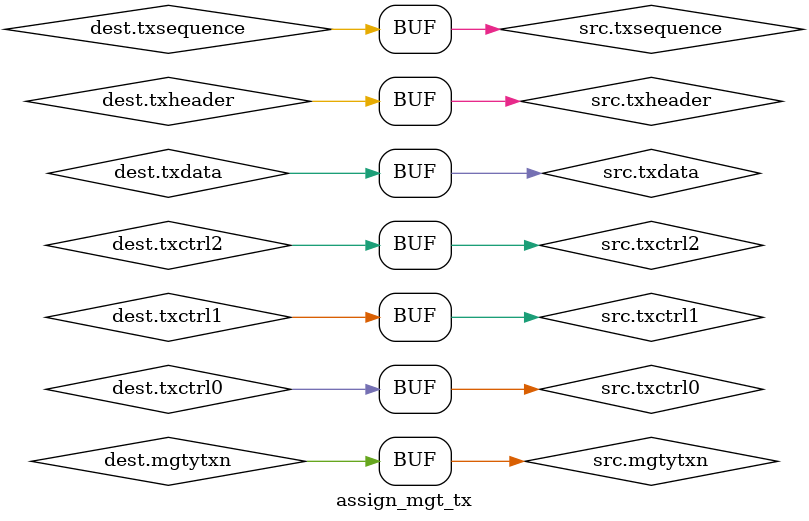
<source format=sv>

`include "mgt_interfaces.sv"
module assign_mgt_tx
(
	mgt_tx.out dest,
	mgt_tx.in src
);
	 assign dest.txctrl0 = src.txctrl0;
	 assign dest.txctrl1 = src.txctrl1;
	 assign dest.txctrl2 = src.txctrl2;
	 assign dest.txdata = src.txdata;
	 assign dest.txheader = src.txheader;
	 assign dest.txsequence = src.txsequence;
	 assign src.mgtytxp = dest.mgtytxp;
	 assign src.mgtytxn = dest.mgtytxn;
endmodule

</source>
